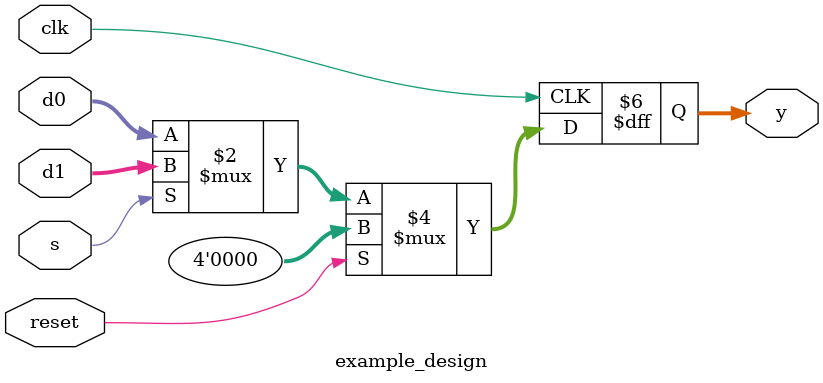
<source format=v>
module example_design #(parameter data_width = 4
	      )( output reg [data_width-1:0] y,
	      	 input  [data_width-1:0] d0, d1,
		 input  s, reset, clk);

	always@(posedge clk) 
	begin
		if (reset) y <=0;
		else y <= s?d1:d0;
	end

endmodule

</source>
